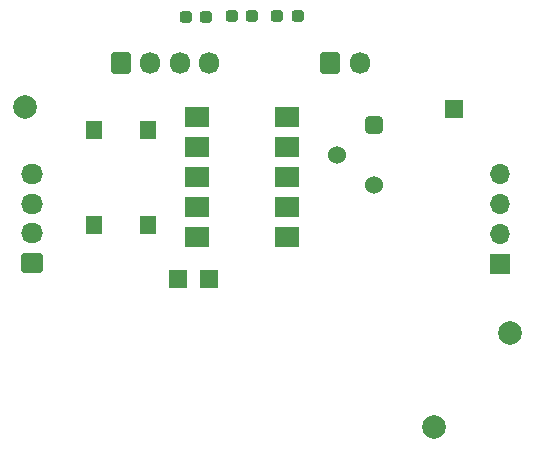
<source format=gbr>
%TF.GenerationSoftware,KiCad,Pcbnew,(6.0.11)*%
%TF.CreationDate,2024-02-10T16:43:21+09:00*%
%TF.ProjectId,Encoder,456e636f-6465-4722-9e6b-696361645f70,rev?*%
%TF.SameCoordinates,Original*%
%TF.FileFunction,Soldermask,Top*%
%TF.FilePolarity,Negative*%
%FSLAX46Y46*%
G04 Gerber Fmt 4.6, Leading zero omitted, Abs format (unit mm)*
G04 Created by KiCad (PCBNEW (6.0.11)) date 2024-02-10 16:43:21*
%MOMM*%
%LPD*%
G01*
G04 APERTURE LIST*
G04 Aperture macros list*
%AMRoundRect*
0 Rectangle with rounded corners*
0 $1 Rounding radius*
0 $2 $3 $4 $5 $6 $7 $8 $9 X,Y pos of 4 corners*
0 Add a 4 corners polygon primitive as box body*
4,1,4,$2,$3,$4,$5,$6,$7,$8,$9,$2,$3,0*
0 Add four circle primitives for the rounded corners*
1,1,$1+$1,$2,$3*
1,1,$1+$1,$4,$5*
1,1,$1+$1,$6,$7*
1,1,$1+$1,$8,$9*
0 Add four rect primitives between the rounded corners*
20,1,$1+$1,$2,$3,$4,$5,0*
20,1,$1+$1,$4,$5,$6,$7,0*
20,1,$1+$1,$6,$7,$8,$9,0*
20,1,$1+$1,$8,$9,$2,$3,0*%
G04 Aperture macros list end*
%ADD10C,2.000000*%
%ADD11RoundRect,0.237500X-0.287500X-0.237500X0.287500X-0.237500X0.287500X0.237500X-0.287500X0.237500X0*%
%ADD12R,1.700000X1.700000*%
%ADD13O,1.700000X1.700000*%
%ADD14R,1.500000X1.500000*%
%ADD15R,1.400000X1.600000*%
%ADD16R,2.000000X1.780000*%
%ADD17RoundRect,0.381000X-0.381000X-0.381000X0.381000X-0.381000X0.381000X0.381000X-0.381000X0.381000X0*%
%ADD18C,1.524000*%
%ADD19RoundRect,0.250000X-0.600000X-0.675000X0.600000X-0.675000X0.600000X0.675000X-0.600000X0.675000X0*%
%ADD20O,1.700000X1.850000*%
%ADD21RoundRect,0.250000X0.675000X-0.600000X0.675000X0.600000X-0.675000X0.600000X-0.675000X-0.600000X0*%
%ADD22O,1.850000X1.700000*%
G04 APERTURE END LIST*
D10*
%TO.C,TP1*%
X161660000Y-108180000D03*
%TD*%
%TO.C,TP2*%
X155260000Y-116180000D03*
%TD*%
%TO.C,TP3*%
X120580000Y-89080000D03*
%TD*%
D11*
%TO.C,D8*%
X141965000Y-81360000D03*
X143715000Y-81360000D03*
%TD*%
D12*
%TO.C,J4*%
X160800000Y-102300000D03*
D13*
X160800000Y-99760000D03*
X160800000Y-97220000D03*
X160800000Y-94680000D03*
%TD*%
D14*
%TO.C,H2*%
X133600000Y-103600000D03*
%TD*%
D11*
%TO.C,D5*%
X138125000Y-81360000D03*
X139875000Y-81360000D03*
%TD*%
D14*
%TO.C,H1*%
X136200000Y-103600000D03*
%TD*%
D15*
%TO.C,SW3*%
X126500000Y-99000000D03*
X126500000Y-91000000D03*
X131000000Y-99000000D03*
X131000000Y-91000000D03*
%TD*%
D14*
%TO.C,H8*%
X156900000Y-89220000D03*
%TD*%
D16*
%TO.C,SW1*%
X135190000Y-89920000D03*
X135190000Y-92460000D03*
X135190000Y-95000000D03*
X135190000Y-97540000D03*
X135190000Y-100080000D03*
X142810000Y-100080000D03*
X142810000Y-97540000D03*
X142810000Y-95000000D03*
X142810000Y-92460000D03*
X142810000Y-89920000D03*
%TD*%
D11*
%TO.C,D1*%
X134225000Y-81390000D03*
X135975000Y-81390000D03*
%TD*%
D17*
%TO.C,SW2*%
X150210000Y-90610000D03*
D18*
X147010000Y-93110000D03*
X150210000Y-95610000D03*
%TD*%
D19*
%TO.C,J2*%
X128730000Y-85290000D03*
D20*
X131230000Y-85290000D03*
X133730000Y-85290000D03*
X136230000Y-85290000D03*
%TD*%
D21*
%TO.C,J3*%
X121230000Y-102220000D03*
D22*
X121230000Y-99720000D03*
X121230000Y-97220000D03*
X121230000Y-94720000D03*
%TD*%
D19*
%TO.C,J1*%
X146480000Y-85290000D03*
D20*
X148980000Y-85290000D03*
%TD*%
M02*

</source>
